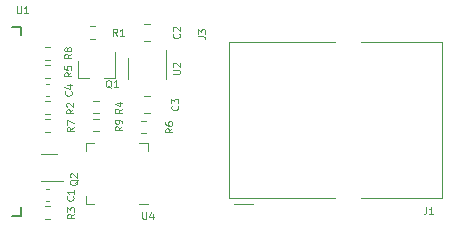
<source format=gto>
G04 #@! TF.GenerationSoftware,KiCad,Pcbnew,(5.1.9-0-10_14)*
G04 #@! TF.CreationDate,2021-06-30T17:32:41+02:00*
G04 #@! TF.ProjectId,P1_wifi,50315f77-6966-4692-9e6b-696361645f70,rev?*
G04 #@! TF.SameCoordinates,Original*
G04 #@! TF.FileFunction,Legend,Top*
G04 #@! TF.FilePolarity,Positive*
%FSLAX46Y46*%
G04 Gerber Fmt 4.6, Leading zero omitted, Abs format (unit mm)*
G04 Created by KiCad (PCBNEW (5.1.9-0-10_14)) date 2021-06-30 17:32:41*
%MOMM*%
%LPD*%
G01*
G04 APERTURE LIST*
%ADD10C,0.120000*%
%ADD11C,0.152400*%
%ADD12C,0.100000*%
%ADD13R,3.350000X3.350000*%
%ADD14C,1.700000*%
%ADD15R,1.700000X1.700000*%
%ADD16O,1.100000X2.500000*%
%ADD17R,1.100000X2.500000*%
%ADD18R,0.650000X1.060000*%
%ADD19R,0.650000X0.400000*%
%ADD20R,0.800000X0.900000*%
%ADD21R,1.800000X2.000000*%
%ADD22O,2.150000X1.300000*%
%ADD23C,0.550000*%
%ADD24R,1.520000X1.520000*%
%ADD25C,3.250000*%
%ADD26C,1.520000*%
G04 APERTURE END LIST*
D10*
X30627000Y2724000D02*
X29902000Y2724000D01*
X29902000Y2724000D02*
X29902000Y3449000D01*
X34397000Y7944000D02*
X35122000Y7944000D01*
X35122000Y7944000D02*
X35122000Y7219000D01*
X30627000Y7944000D02*
X29902000Y7944000D01*
X29902000Y7944000D02*
X29902000Y7219000D01*
X34397000Y2724000D02*
X35122000Y2724000D01*
D11*
X24385000Y17034000D02*
X24384000Y17780000D01*
X24384000Y17780000D02*
X23622000Y17780000D01*
X24384000Y1778000D02*
X24383000Y2524000D01*
X23622000Y1778000D02*
X24384000Y1778000D01*
D10*
X36662000Y13324000D02*
X36662000Y15774000D01*
X33442000Y15124000D02*
X33442000Y13324000D01*
X35313252Y11911000D02*
X34790748Y11911000D01*
X35313252Y10441000D02*
X34790748Y10441000D01*
X35313252Y18007000D02*
X34790748Y18007000D01*
X35313252Y16537000D02*
X34790748Y16537000D01*
X30522142Y8900900D02*
X30996658Y8900900D01*
X30522142Y9945900D02*
X30996658Y9945900D01*
X26432742Y14971500D02*
X26907258Y14971500D01*
X26432742Y16016500D02*
X26907258Y16016500D01*
X26432742Y8875500D02*
X26907258Y8875500D01*
X26432742Y9920500D02*
X26907258Y9920500D01*
X35035258Y9793500D02*
X34560742Y9793500D01*
X35035258Y8748500D02*
X34560742Y8748500D01*
X26432742Y13447500D02*
X26907258Y13447500D01*
X26432742Y14492500D02*
X26907258Y14492500D01*
X30996658Y11469900D02*
X30522142Y11469900D01*
X30996658Y10424900D02*
X30522142Y10424900D01*
X26432242Y1509500D02*
X26906758Y1509500D01*
X26432242Y2554500D02*
X26906758Y2554500D01*
X26432742Y10399500D02*
X26907258Y10399500D01*
X26432742Y11444500D02*
X26907258Y11444500D01*
X30717258Y17794500D02*
X30242742Y17794500D01*
X30717258Y16749500D02*
X30242742Y16749500D01*
X27497000Y7002000D02*
X26097000Y7002000D01*
X26097000Y4682000D02*
X27997000Y4682000D01*
X29204800Y13438600D02*
X29204800Y14898600D01*
X32364800Y13438600D02*
X32364800Y15598600D01*
X32364800Y13438600D02*
X31434800Y13438600D01*
X29204800Y13438600D02*
X30134800Y13438600D01*
X26529420Y11936000D02*
X26810580Y11936000D01*
X26529420Y12956000D02*
X26810580Y12956000D01*
X26529420Y3046000D02*
X26810580Y3046000D01*
X26529420Y4066000D02*
X26810580Y4066000D01*
X42013500Y3237500D02*
X42013500Y16437500D01*
X42013500Y16437500D02*
X51033500Y16437500D01*
D12*
X59893500Y16437500D02*
X60013500Y16437500D01*
D10*
X60013500Y16437500D02*
X53233500Y16437500D01*
D12*
X60003500Y16437500D02*
X60013500Y16437500D01*
D10*
X60013500Y16437500D02*
X60013500Y3237500D01*
X60013500Y3237500D02*
X53233500Y3237500D01*
D12*
X50963500Y3237500D02*
X51033500Y3237500D01*
D10*
X51033500Y3237500D02*
X42013500Y3237500D01*
X44013500Y2767500D02*
X42483500Y2767500D01*
D12*
X34671057Y2081171D02*
X34671057Y1595457D01*
X34699628Y1538314D01*
X34728200Y1509742D01*
X34785342Y1481171D01*
X34899628Y1481171D01*
X34956771Y1509742D01*
X34985342Y1538314D01*
X35013914Y1595457D01*
X35013914Y2081171D01*
X35556771Y1881171D02*
X35556771Y1481171D01*
X35413914Y2109742D02*
X35271057Y1681171D01*
X35642485Y1681171D01*
X39422428Y16945000D02*
X39851000Y16945000D01*
X39936714Y16916428D01*
X39993857Y16859285D01*
X40022428Y16773571D01*
X40022428Y16716428D01*
X39422428Y17173571D02*
X39422428Y17545000D01*
X39651000Y17345000D01*
X39651000Y17430714D01*
X39679571Y17487857D01*
X39708142Y17516428D01*
X39765285Y17545000D01*
X39908142Y17545000D01*
X39965285Y17516428D01*
X39993857Y17487857D01*
X40022428Y17430714D01*
X40022428Y17259285D01*
X39993857Y17202142D01*
X39965285Y17173571D01*
X24053857Y19505571D02*
X24053857Y19019857D01*
X24082428Y18962714D01*
X24111000Y18934142D01*
X24168142Y18905571D01*
X24282428Y18905571D01*
X24339571Y18934142D01*
X24368142Y18962714D01*
X24396714Y19019857D01*
X24396714Y19505571D01*
X24996714Y18905571D02*
X24653857Y18905571D01*
X24825285Y18905571D02*
X24825285Y19505571D01*
X24768142Y19419857D01*
X24711000Y19362714D01*
X24653857Y19334142D01*
X37263428Y13766857D02*
X37749142Y13766857D01*
X37806285Y13795428D01*
X37834857Y13824000D01*
X37863428Y13881142D01*
X37863428Y13995428D01*
X37834857Y14052571D01*
X37806285Y14081142D01*
X37749142Y14109714D01*
X37263428Y14109714D01*
X37320571Y14366857D02*
X37292000Y14395428D01*
X37263428Y14452571D01*
X37263428Y14595428D01*
X37292000Y14652571D01*
X37320571Y14681142D01*
X37377714Y14709714D01*
X37434857Y14709714D01*
X37520571Y14681142D01*
X37863428Y14338285D01*
X37863428Y14709714D01*
X37679285Y11076000D02*
X37707857Y11047428D01*
X37736428Y10961714D01*
X37736428Y10904571D01*
X37707857Y10818857D01*
X37650714Y10761714D01*
X37593571Y10733142D01*
X37479285Y10704571D01*
X37393571Y10704571D01*
X37279285Y10733142D01*
X37222142Y10761714D01*
X37165000Y10818857D01*
X37136428Y10904571D01*
X37136428Y10961714D01*
X37165000Y11047428D01*
X37193571Y11076000D01*
X37136428Y11276000D02*
X37136428Y11647428D01*
X37365000Y11447428D01*
X37365000Y11533142D01*
X37393571Y11590285D01*
X37422142Y11618857D01*
X37479285Y11647428D01*
X37622142Y11647428D01*
X37679285Y11618857D01*
X37707857Y11590285D01*
X37736428Y11533142D01*
X37736428Y11361714D01*
X37707857Y11304571D01*
X37679285Y11276000D01*
X37806285Y17172000D02*
X37834857Y17143428D01*
X37863428Y17057714D01*
X37863428Y17000571D01*
X37834857Y16914857D01*
X37777714Y16857714D01*
X37720571Y16829142D01*
X37606285Y16800571D01*
X37520571Y16800571D01*
X37406285Y16829142D01*
X37349142Y16857714D01*
X37292000Y16914857D01*
X37263428Y17000571D01*
X37263428Y17057714D01*
X37292000Y17143428D01*
X37320571Y17172000D01*
X37320571Y17400571D02*
X37292000Y17429142D01*
X37263428Y17486285D01*
X37263428Y17629142D01*
X37292000Y17686285D01*
X37320571Y17714857D01*
X37377714Y17743428D01*
X37434857Y17743428D01*
X37520571Y17714857D01*
X37863428Y17372000D01*
X37863428Y17743428D01*
X32961228Y9323400D02*
X32675514Y9123400D01*
X32961228Y8980542D02*
X32361228Y8980542D01*
X32361228Y9209114D01*
X32389800Y9266257D01*
X32418371Y9294828D01*
X32475514Y9323400D01*
X32561228Y9323400D01*
X32618371Y9294828D01*
X32646942Y9266257D01*
X32675514Y9209114D01*
X32675514Y8980542D01*
X32961228Y9609114D02*
X32961228Y9723400D01*
X32932657Y9780542D01*
X32904085Y9809114D01*
X32818371Y9866257D01*
X32704085Y9894828D01*
X32475514Y9894828D01*
X32418371Y9866257D01*
X32389800Y9837685D01*
X32361228Y9780542D01*
X32361228Y9666257D01*
X32389800Y9609114D01*
X32418371Y9580542D01*
X32475514Y9551971D01*
X32618371Y9551971D01*
X32675514Y9580542D01*
X32704085Y9609114D01*
X32732657Y9666257D01*
X32732657Y9780542D01*
X32704085Y9837685D01*
X32675514Y9866257D01*
X32618371Y9894828D01*
X28668628Y15444800D02*
X28382914Y15244800D01*
X28668628Y15101942D02*
X28068628Y15101942D01*
X28068628Y15330514D01*
X28097200Y15387657D01*
X28125771Y15416228D01*
X28182914Y15444800D01*
X28268628Y15444800D01*
X28325771Y15416228D01*
X28354342Y15387657D01*
X28382914Y15330514D01*
X28382914Y15101942D01*
X28325771Y15787657D02*
X28297200Y15730514D01*
X28268628Y15701942D01*
X28211485Y15673371D01*
X28182914Y15673371D01*
X28125771Y15701942D01*
X28097200Y15730514D01*
X28068628Y15787657D01*
X28068628Y15901942D01*
X28097200Y15959085D01*
X28125771Y15987657D01*
X28182914Y16016228D01*
X28211485Y16016228D01*
X28268628Y15987657D01*
X28297200Y15959085D01*
X28325771Y15901942D01*
X28325771Y15787657D01*
X28354342Y15730514D01*
X28382914Y15701942D01*
X28440057Y15673371D01*
X28554342Y15673371D01*
X28611485Y15701942D01*
X28640057Y15730514D01*
X28668628Y15787657D01*
X28668628Y15901942D01*
X28640057Y15959085D01*
X28611485Y15987657D01*
X28554342Y16016228D01*
X28440057Y16016228D01*
X28382914Y15987657D01*
X28354342Y15959085D01*
X28325771Y15901942D01*
X28871828Y9247200D02*
X28586114Y9047200D01*
X28871828Y8904342D02*
X28271828Y8904342D01*
X28271828Y9132914D01*
X28300400Y9190057D01*
X28328971Y9218628D01*
X28386114Y9247200D01*
X28471828Y9247200D01*
X28528971Y9218628D01*
X28557542Y9190057D01*
X28586114Y9132914D01*
X28586114Y8904342D01*
X28271828Y9447200D02*
X28271828Y9847200D01*
X28871828Y9590057D01*
X37228428Y9171000D02*
X36942714Y8971000D01*
X37228428Y8828142D02*
X36628428Y8828142D01*
X36628428Y9056714D01*
X36657000Y9113857D01*
X36685571Y9142428D01*
X36742714Y9171000D01*
X36828428Y9171000D01*
X36885571Y9142428D01*
X36914142Y9113857D01*
X36942714Y9056714D01*
X36942714Y8828142D01*
X36628428Y9685285D02*
X36628428Y9571000D01*
X36657000Y9513857D01*
X36685571Y9485285D01*
X36771285Y9428142D01*
X36885571Y9399571D01*
X37114142Y9399571D01*
X37171285Y9428142D01*
X37199857Y9456714D01*
X37228428Y9513857D01*
X37228428Y9628142D01*
X37199857Y9685285D01*
X37171285Y9713857D01*
X37114142Y9742428D01*
X36971285Y9742428D01*
X36914142Y9713857D01*
X36885571Y9685285D01*
X36857000Y9628142D01*
X36857000Y9513857D01*
X36885571Y9456714D01*
X36914142Y9428142D01*
X36971285Y9399571D01*
X28668628Y13895400D02*
X28382914Y13695400D01*
X28668628Y13552542D02*
X28068628Y13552542D01*
X28068628Y13781114D01*
X28097200Y13838257D01*
X28125771Y13866828D01*
X28182914Y13895400D01*
X28268628Y13895400D01*
X28325771Y13866828D01*
X28354342Y13838257D01*
X28382914Y13781114D01*
X28382914Y13552542D01*
X28068628Y14438257D02*
X28068628Y14152542D01*
X28354342Y14123971D01*
X28325771Y14152542D01*
X28297200Y14209685D01*
X28297200Y14352542D01*
X28325771Y14409685D01*
X28354342Y14438257D01*
X28411485Y14466828D01*
X28554342Y14466828D01*
X28611485Y14438257D01*
X28640057Y14409685D01*
X28668628Y14352542D01*
X28668628Y14209685D01*
X28640057Y14152542D01*
X28611485Y14123971D01*
X32961228Y10822000D02*
X32675514Y10622000D01*
X32961228Y10479142D02*
X32361228Y10479142D01*
X32361228Y10707714D01*
X32389800Y10764857D01*
X32418371Y10793428D01*
X32475514Y10822000D01*
X32561228Y10822000D01*
X32618371Y10793428D01*
X32646942Y10764857D01*
X32675514Y10707714D01*
X32675514Y10479142D01*
X32561228Y11336285D02*
X32961228Y11336285D01*
X32332657Y11193428D02*
X32761228Y11050571D01*
X32761228Y11422000D01*
X28922628Y1906600D02*
X28636914Y1706600D01*
X28922628Y1563742D02*
X28322628Y1563742D01*
X28322628Y1792314D01*
X28351200Y1849457D01*
X28379771Y1878028D01*
X28436914Y1906600D01*
X28522628Y1906600D01*
X28579771Y1878028D01*
X28608342Y1849457D01*
X28636914Y1792314D01*
X28636914Y1563742D01*
X28322628Y2106600D02*
X28322628Y2478028D01*
X28551200Y2278028D01*
X28551200Y2363742D01*
X28579771Y2420885D01*
X28608342Y2449457D01*
X28665485Y2478028D01*
X28808342Y2478028D01*
X28865485Y2449457D01*
X28894057Y2420885D01*
X28922628Y2363742D01*
X28922628Y2192314D01*
X28894057Y2135171D01*
X28865485Y2106600D01*
X28846428Y10771200D02*
X28560714Y10571200D01*
X28846428Y10428342D02*
X28246428Y10428342D01*
X28246428Y10656914D01*
X28275000Y10714057D01*
X28303571Y10742628D01*
X28360714Y10771200D01*
X28446428Y10771200D01*
X28503571Y10742628D01*
X28532142Y10714057D01*
X28560714Y10656914D01*
X28560714Y10428342D01*
X28303571Y10999771D02*
X28275000Y11028342D01*
X28246428Y11085485D01*
X28246428Y11228342D01*
X28275000Y11285485D01*
X28303571Y11314057D01*
X28360714Y11342628D01*
X28417857Y11342628D01*
X28503571Y11314057D01*
X28846428Y10971200D01*
X28846428Y11342628D01*
X32539000Y17000571D02*
X32339000Y17286285D01*
X32196142Y17000571D02*
X32196142Y17600571D01*
X32424714Y17600571D01*
X32481857Y17572000D01*
X32510428Y17543428D01*
X32539000Y17486285D01*
X32539000Y17400571D01*
X32510428Y17343428D01*
X32481857Y17314857D01*
X32424714Y17286285D01*
X32196142Y17286285D01*
X33110428Y17000571D02*
X32767571Y17000571D01*
X32939000Y17000571D02*
X32939000Y17600571D01*
X32881857Y17514857D01*
X32824714Y17457714D01*
X32767571Y17429142D01*
X29208371Y4819657D02*
X29179800Y4762514D01*
X29122657Y4705371D01*
X29036942Y4619657D01*
X29008371Y4562514D01*
X29008371Y4505371D01*
X29151228Y4533942D02*
X29122657Y4476800D01*
X29065514Y4419657D01*
X28951228Y4391085D01*
X28751228Y4391085D01*
X28636942Y4419657D01*
X28579800Y4476800D01*
X28551228Y4533942D01*
X28551228Y4648228D01*
X28579800Y4705371D01*
X28636942Y4762514D01*
X28751228Y4791085D01*
X28951228Y4791085D01*
X29065514Y4762514D01*
X29122657Y4705371D01*
X29151228Y4648228D01*
X29151228Y4533942D01*
X28608371Y5019657D02*
X28579800Y5048228D01*
X28551228Y5105371D01*
X28551228Y5248228D01*
X28579800Y5305371D01*
X28608371Y5333942D01*
X28665514Y5362514D01*
X28722657Y5362514D01*
X28808371Y5333942D01*
X29151228Y4991085D01*
X29151228Y5362514D01*
X32048457Y12574628D02*
X31991314Y12603200D01*
X31934171Y12660342D01*
X31848457Y12746057D01*
X31791314Y12774628D01*
X31734171Y12774628D01*
X31762742Y12631771D02*
X31705600Y12660342D01*
X31648457Y12717485D01*
X31619885Y12831771D01*
X31619885Y13031771D01*
X31648457Y13146057D01*
X31705600Y13203200D01*
X31762742Y13231771D01*
X31877028Y13231771D01*
X31934171Y13203200D01*
X31991314Y13146057D01*
X32019885Y13031771D01*
X32019885Y12831771D01*
X31991314Y12717485D01*
X31934171Y12660342D01*
X31877028Y12631771D01*
X31762742Y12631771D01*
X32591314Y12631771D02*
X32248457Y12631771D01*
X32419885Y12631771D02*
X32419885Y13231771D01*
X32362742Y13146057D01*
X32305600Y13088914D01*
X32248457Y13060342D01*
X28662285Y12295200D02*
X28690857Y12266628D01*
X28719428Y12180914D01*
X28719428Y12123771D01*
X28690857Y12038057D01*
X28633714Y11980914D01*
X28576571Y11952342D01*
X28462285Y11923771D01*
X28376571Y11923771D01*
X28262285Y11952342D01*
X28205142Y11980914D01*
X28148000Y12038057D01*
X28119428Y12123771D01*
X28119428Y12180914D01*
X28148000Y12266628D01*
X28176571Y12295200D01*
X28319428Y12809485D02*
X28719428Y12809485D01*
X28090857Y12666628D02*
X28519428Y12523771D01*
X28519428Y12895200D01*
X28814685Y3405200D02*
X28843257Y3376628D01*
X28871828Y3290914D01*
X28871828Y3233771D01*
X28843257Y3148057D01*
X28786114Y3090914D01*
X28728971Y3062342D01*
X28614685Y3033771D01*
X28528971Y3033771D01*
X28414685Y3062342D01*
X28357542Y3090914D01*
X28300400Y3148057D01*
X28271828Y3233771D01*
X28271828Y3290914D01*
X28300400Y3376628D01*
X28328971Y3405200D01*
X28871828Y3976628D02*
X28871828Y3633771D01*
X28871828Y3805200D02*
X28271828Y3805200D01*
X28357542Y3748057D01*
X28414685Y3690914D01*
X28443257Y3633771D01*
X58728000Y2487571D02*
X58728000Y2059000D01*
X58699428Y1973285D01*
X58642285Y1916142D01*
X58556571Y1887571D01*
X58499428Y1887571D01*
X59328000Y1887571D02*
X58985142Y1887571D01*
X59156571Y1887571D02*
X59156571Y2487571D01*
X59099428Y2401857D01*
X59042285Y2344714D01*
X58985142Y2316142D01*
%LPC*%
D13*
X32512000Y5334000D03*
G36*
G01*
X34137000Y3221500D02*
X34137000Y2546500D01*
G75*
G02*
X34074500Y2484000I-62500J0D01*
G01*
X33949500Y2484000D01*
G75*
G02*
X33887000Y2546500I0J62500D01*
G01*
X33887000Y3221500D01*
G75*
G02*
X33949500Y3284000I62500J0D01*
G01*
X34074500Y3284000D01*
G75*
G02*
X34137000Y3221500I0J-62500D01*
G01*
G37*
G36*
G01*
X33637000Y3221500D02*
X33637000Y2546500D01*
G75*
G02*
X33574500Y2484000I-62500J0D01*
G01*
X33449500Y2484000D01*
G75*
G02*
X33387000Y2546500I0J62500D01*
G01*
X33387000Y3221500D01*
G75*
G02*
X33449500Y3284000I62500J0D01*
G01*
X33574500Y3284000D01*
G75*
G02*
X33637000Y3221500I0J-62500D01*
G01*
G37*
G36*
G01*
X33137000Y3221500D02*
X33137000Y2546500D01*
G75*
G02*
X33074500Y2484000I-62500J0D01*
G01*
X32949500Y2484000D01*
G75*
G02*
X32887000Y2546500I0J62500D01*
G01*
X32887000Y3221500D01*
G75*
G02*
X32949500Y3284000I62500J0D01*
G01*
X33074500Y3284000D01*
G75*
G02*
X33137000Y3221500I0J-62500D01*
G01*
G37*
G36*
G01*
X32637000Y3221500D02*
X32637000Y2546500D01*
G75*
G02*
X32574500Y2484000I-62500J0D01*
G01*
X32449500Y2484000D01*
G75*
G02*
X32387000Y2546500I0J62500D01*
G01*
X32387000Y3221500D01*
G75*
G02*
X32449500Y3284000I62500J0D01*
G01*
X32574500Y3284000D01*
G75*
G02*
X32637000Y3221500I0J-62500D01*
G01*
G37*
G36*
G01*
X32137000Y3221500D02*
X32137000Y2546500D01*
G75*
G02*
X32074500Y2484000I-62500J0D01*
G01*
X31949500Y2484000D01*
G75*
G02*
X31887000Y2546500I0J62500D01*
G01*
X31887000Y3221500D01*
G75*
G02*
X31949500Y3284000I62500J0D01*
G01*
X32074500Y3284000D01*
G75*
G02*
X32137000Y3221500I0J-62500D01*
G01*
G37*
G36*
G01*
X31637000Y3221500D02*
X31637000Y2546500D01*
G75*
G02*
X31574500Y2484000I-62500J0D01*
G01*
X31449500Y2484000D01*
G75*
G02*
X31387000Y2546500I0J62500D01*
G01*
X31387000Y3221500D01*
G75*
G02*
X31449500Y3284000I62500J0D01*
G01*
X31574500Y3284000D01*
G75*
G02*
X31637000Y3221500I0J-62500D01*
G01*
G37*
G36*
G01*
X31137000Y3221500D02*
X31137000Y2546500D01*
G75*
G02*
X31074500Y2484000I-62500J0D01*
G01*
X30949500Y2484000D01*
G75*
G02*
X30887000Y2546500I0J62500D01*
G01*
X30887000Y3221500D01*
G75*
G02*
X30949500Y3284000I62500J0D01*
G01*
X31074500Y3284000D01*
G75*
G02*
X31137000Y3221500I0J-62500D01*
G01*
G37*
G36*
G01*
X30462000Y3896500D02*
X30462000Y3771500D01*
G75*
G02*
X30399500Y3709000I-62500J0D01*
G01*
X29724500Y3709000D01*
G75*
G02*
X29662000Y3771500I0J62500D01*
G01*
X29662000Y3896500D01*
G75*
G02*
X29724500Y3959000I62500J0D01*
G01*
X30399500Y3959000D01*
G75*
G02*
X30462000Y3896500I0J-62500D01*
G01*
G37*
G36*
G01*
X30462000Y4396500D02*
X30462000Y4271500D01*
G75*
G02*
X30399500Y4209000I-62500J0D01*
G01*
X29724500Y4209000D01*
G75*
G02*
X29662000Y4271500I0J62500D01*
G01*
X29662000Y4396500D01*
G75*
G02*
X29724500Y4459000I62500J0D01*
G01*
X30399500Y4459000D01*
G75*
G02*
X30462000Y4396500I0J-62500D01*
G01*
G37*
G36*
G01*
X30462000Y4896500D02*
X30462000Y4771500D01*
G75*
G02*
X30399500Y4709000I-62500J0D01*
G01*
X29724500Y4709000D01*
G75*
G02*
X29662000Y4771500I0J62500D01*
G01*
X29662000Y4896500D01*
G75*
G02*
X29724500Y4959000I62500J0D01*
G01*
X30399500Y4959000D01*
G75*
G02*
X30462000Y4896500I0J-62500D01*
G01*
G37*
G36*
G01*
X30462000Y5396500D02*
X30462000Y5271500D01*
G75*
G02*
X30399500Y5209000I-62500J0D01*
G01*
X29724500Y5209000D01*
G75*
G02*
X29662000Y5271500I0J62500D01*
G01*
X29662000Y5396500D01*
G75*
G02*
X29724500Y5459000I62500J0D01*
G01*
X30399500Y5459000D01*
G75*
G02*
X30462000Y5396500I0J-62500D01*
G01*
G37*
G36*
G01*
X30462000Y5896500D02*
X30462000Y5771500D01*
G75*
G02*
X30399500Y5709000I-62500J0D01*
G01*
X29724500Y5709000D01*
G75*
G02*
X29662000Y5771500I0J62500D01*
G01*
X29662000Y5896500D01*
G75*
G02*
X29724500Y5959000I62500J0D01*
G01*
X30399500Y5959000D01*
G75*
G02*
X30462000Y5896500I0J-62500D01*
G01*
G37*
G36*
G01*
X30462000Y6396500D02*
X30462000Y6271500D01*
G75*
G02*
X30399500Y6209000I-62500J0D01*
G01*
X29724500Y6209000D01*
G75*
G02*
X29662000Y6271500I0J62500D01*
G01*
X29662000Y6396500D01*
G75*
G02*
X29724500Y6459000I62500J0D01*
G01*
X30399500Y6459000D01*
G75*
G02*
X30462000Y6396500I0J-62500D01*
G01*
G37*
G36*
G01*
X30462000Y6896500D02*
X30462000Y6771500D01*
G75*
G02*
X30399500Y6709000I-62500J0D01*
G01*
X29724500Y6709000D01*
G75*
G02*
X29662000Y6771500I0J62500D01*
G01*
X29662000Y6896500D01*
G75*
G02*
X29724500Y6959000I62500J0D01*
G01*
X30399500Y6959000D01*
G75*
G02*
X30462000Y6896500I0J-62500D01*
G01*
G37*
G36*
G01*
X31137000Y8121500D02*
X31137000Y7446500D01*
G75*
G02*
X31074500Y7384000I-62500J0D01*
G01*
X30949500Y7384000D01*
G75*
G02*
X30887000Y7446500I0J62500D01*
G01*
X30887000Y8121500D01*
G75*
G02*
X30949500Y8184000I62500J0D01*
G01*
X31074500Y8184000D01*
G75*
G02*
X31137000Y8121500I0J-62500D01*
G01*
G37*
G36*
G01*
X31637000Y8121500D02*
X31637000Y7446500D01*
G75*
G02*
X31574500Y7384000I-62500J0D01*
G01*
X31449500Y7384000D01*
G75*
G02*
X31387000Y7446500I0J62500D01*
G01*
X31387000Y8121500D01*
G75*
G02*
X31449500Y8184000I62500J0D01*
G01*
X31574500Y8184000D01*
G75*
G02*
X31637000Y8121500I0J-62500D01*
G01*
G37*
G36*
G01*
X32137000Y8121500D02*
X32137000Y7446500D01*
G75*
G02*
X32074500Y7384000I-62500J0D01*
G01*
X31949500Y7384000D01*
G75*
G02*
X31887000Y7446500I0J62500D01*
G01*
X31887000Y8121500D01*
G75*
G02*
X31949500Y8184000I62500J0D01*
G01*
X32074500Y8184000D01*
G75*
G02*
X32137000Y8121500I0J-62500D01*
G01*
G37*
G36*
G01*
X32637000Y8121500D02*
X32637000Y7446500D01*
G75*
G02*
X32574500Y7384000I-62500J0D01*
G01*
X32449500Y7384000D01*
G75*
G02*
X32387000Y7446500I0J62500D01*
G01*
X32387000Y8121500D01*
G75*
G02*
X32449500Y8184000I62500J0D01*
G01*
X32574500Y8184000D01*
G75*
G02*
X32637000Y8121500I0J-62500D01*
G01*
G37*
G36*
G01*
X33137000Y8121500D02*
X33137000Y7446500D01*
G75*
G02*
X33074500Y7384000I-62500J0D01*
G01*
X32949500Y7384000D01*
G75*
G02*
X32887000Y7446500I0J62500D01*
G01*
X32887000Y8121500D01*
G75*
G02*
X32949500Y8184000I62500J0D01*
G01*
X33074500Y8184000D01*
G75*
G02*
X33137000Y8121500I0J-62500D01*
G01*
G37*
G36*
G01*
X33637000Y8121500D02*
X33637000Y7446500D01*
G75*
G02*
X33574500Y7384000I-62500J0D01*
G01*
X33449500Y7384000D01*
G75*
G02*
X33387000Y7446500I0J62500D01*
G01*
X33387000Y8121500D01*
G75*
G02*
X33449500Y8184000I62500J0D01*
G01*
X33574500Y8184000D01*
G75*
G02*
X33637000Y8121500I0J-62500D01*
G01*
G37*
G36*
G01*
X34137000Y8121500D02*
X34137000Y7446500D01*
G75*
G02*
X34074500Y7384000I-62500J0D01*
G01*
X33949500Y7384000D01*
G75*
G02*
X33887000Y7446500I0J62500D01*
G01*
X33887000Y8121500D01*
G75*
G02*
X33949500Y8184000I62500J0D01*
G01*
X34074500Y8184000D01*
G75*
G02*
X34137000Y8121500I0J-62500D01*
G01*
G37*
G36*
G01*
X35362000Y6896500D02*
X35362000Y6771500D01*
G75*
G02*
X35299500Y6709000I-62500J0D01*
G01*
X34624500Y6709000D01*
G75*
G02*
X34562000Y6771500I0J62500D01*
G01*
X34562000Y6896500D01*
G75*
G02*
X34624500Y6959000I62500J0D01*
G01*
X35299500Y6959000D01*
G75*
G02*
X35362000Y6896500I0J-62500D01*
G01*
G37*
G36*
G01*
X35362000Y6396500D02*
X35362000Y6271500D01*
G75*
G02*
X35299500Y6209000I-62500J0D01*
G01*
X34624500Y6209000D01*
G75*
G02*
X34562000Y6271500I0J62500D01*
G01*
X34562000Y6396500D01*
G75*
G02*
X34624500Y6459000I62500J0D01*
G01*
X35299500Y6459000D01*
G75*
G02*
X35362000Y6396500I0J-62500D01*
G01*
G37*
G36*
G01*
X35362000Y5896500D02*
X35362000Y5771500D01*
G75*
G02*
X35299500Y5709000I-62500J0D01*
G01*
X34624500Y5709000D01*
G75*
G02*
X34562000Y5771500I0J62500D01*
G01*
X34562000Y5896500D01*
G75*
G02*
X34624500Y5959000I62500J0D01*
G01*
X35299500Y5959000D01*
G75*
G02*
X35362000Y5896500I0J-62500D01*
G01*
G37*
G36*
G01*
X35362000Y5396500D02*
X35362000Y5271500D01*
G75*
G02*
X35299500Y5209000I-62500J0D01*
G01*
X34624500Y5209000D01*
G75*
G02*
X34562000Y5271500I0J62500D01*
G01*
X34562000Y5396500D01*
G75*
G02*
X34624500Y5459000I62500J0D01*
G01*
X35299500Y5459000D01*
G75*
G02*
X35362000Y5396500I0J-62500D01*
G01*
G37*
G36*
G01*
X35362000Y4896500D02*
X35362000Y4771500D01*
G75*
G02*
X35299500Y4709000I-62500J0D01*
G01*
X34624500Y4709000D01*
G75*
G02*
X34562000Y4771500I0J62500D01*
G01*
X34562000Y4896500D01*
G75*
G02*
X34624500Y4959000I62500J0D01*
G01*
X35299500Y4959000D01*
G75*
G02*
X35362000Y4896500I0J-62500D01*
G01*
G37*
G36*
G01*
X35362000Y4396500D02*
X35362000Y4271500D01*
G75*
G02*
X35299500Y4209000I-62500J0D01*
G01*
X34624500Y4209000D01*
G75*
G02*
X34562000Y4271500I0J62500D01*
G01*
X34562000Y4396500D01*
G75*
G02*
X34624500Y4459000I62500J0D01*
G01*
X35299500Y4459000D01*
G75*
G02*
X35362000Y4396500I0J-62500D01*
G01*
G37*
G36*
G01*
X35362000Y3896500D02*
X35362000Y3771500D01*
G75*
G02*
X35299500Y3709000I-62500J0D01*
G01*
X34624500Y3709000D01*
G75*
G02*
X34562000Y3771500I0J62500D01*
G01*
X34562000Y3896500D01*
G75*
G02*
X34624500Y3959000I62500J0D01*
G01*
X35299500Y3959000D01*
G75*
G02*
X35362000Y3896500I0J-62500D01*
G01*
G37*
D14*
X39711500Y9937000D03*
X39711500Y12477000D03*
X39711500Y7397000D03*
D15*
X39711500Y15017000D03*
D16*
X8763000Y17494000D03*
X10763000Y17494000D03*
X12763000Y17494000D03*
X14763000Y17494000D03*
X16763000Y17494000D03*
X18763000Y17494000D03*
X20763000Y17394000D03*
X22763000Y17494000D03*
X22763000Y2094000D03*
X20763000Y2094000D03*
X18763000Y2094000D03*
X16763000Y2094000D03*
X14763000Y2094000D03*
X12763000Y2094000D03*
X10763000Y2094000D03*
D17*
X8763000Y2094000D03*
D18*
X36002000Y13124000D03*
X34102000Y13124000D03*
X34102000Y15324000D03*
X35052000Y15324000D03*
X36002000Y15324000D03*
G36*
G01*
X34602000Y11651000D02*
X34602000Y10701000D01*
G75*
G02*
X34352000Y10451000I-250000J0D01*
G01*
X33852000Y10451000D01*
G75*
G02*
X33602000Y10701000I0J250000D01*
G01*
X33602000Y11651000D01*
G75*
G02*
X33852000Y11901000I250000J0D01*
G01*
X34352000Y11901000D01*
G75*
G02*
X34602000Y11651000I0J-250000D01*
G01*
G37*
G36*
G01*
X36502000Y11651000D02*
X36502000Y10701000D01*
G75*
G02*
X36252000Y10451000I-250000J0D01*
G01*
X35752000Y10451000D01*
G75*
G02*
X35502000Y10701000I0J250000D01*
G01*
X35502000Y11651000D01*
G75*
G02*
X35752000Y11901000I250000J0D01*
G01*
X36252000Y11901000D01*
G75*
G02*
X36502000Y11651000I0J-250000D01*
G01*
G37*
G36*
G01*
X34602000Y17747000D02*
X34602000Y16797000D01*
G75*
G02*
X34352000Y16547000I-250000J0D01*
G01*
X33852000Y16547000D01*
G75*
G02*
X33602000Y16797000I0J250000D01*
G01*
X33602000Y17747000D01*
G75*
G02*
X33852000Y17997000I250000J0D01*
G01*
X34352000Y17997000D01*
G75*
G02*
X34602000Y17747000I0J-250000D01*
G01*
G37*
G36*
G01*
X36502000Y17747000D02*
X36502000Y16797000D01*
G75*
G02*
X36252000Y16547000I-250000J0D01*
G01*
X35752000Y16547000D01*
G75*
G02*
X35502000Y16797000I0J250000D01*
G01*
X35502000Y17747000D01*
G75*
G02*
X35752000Y17997000I250000J0D01*
G01*
X36252000Y17997000D01*
G75*
G02*
X36502000Y17747000I0J-250000D01*
G01*
G37*
G36*
G01*
X31184400Y9148400D02*
X31184400Y9698400D01*
G75*
G02*
X31384400Y9898400I200000J0D01*
G01*
X31784400Y9898400D01*
G75*
G02*
X31984400Y9698400I0J-200000D01*
G01*
X31984400Y9148400D01*
G75*
G02*
X31784400Y8948400I-200000J0D01*
G01*
X31384400Y8948400D01*
G75*
G02*
X31184400Y9148400I0J200000D01*
G01*
G37*
G36*
G01*
X29534400Y9148400D02*
X29534400Y9698400D01*
G75*
G02*
X29734400Y9898400I200000J0D01*
G01*
X30134400Y9898400D01*
G75*
G02*
X30334400Y9698400I0J-200000D01*
G01*
X30334400Y9148400D01*
G75*
G02*
X30134400Y8948400I-200000J0D01*
G01*
X29734400Y8948400D01*
G75*
G02*
X29534400Y9148400I0J200000D01*
G01*
G37*
G36*
G01*
X27095000Y15219000D02*
X27095000Y15769000D01*
G75*
G02*
X27295000Y15969000I200000J0D01*
G01*
X27695000Y15969000D01*
G75*
G02*
X27895000Y15769000I0J-200000D01*
G01*
X27895000Y15219000D01*
G75*
G02*
X27695000Y15019000I-200000J0D01*
G01*
X27295000Y15019000D01*
G75*
G02*
X27095000Y15219000I0J200000D01*
G01*
G37*
G36*
G01*
X25445000Y15219000D02*
X25445000Y15769000D01*
G75*
G02*
X25645000Y15969000I200000J0D01*
G01*
X26045000Y15969000D01*
G75*
G02*
X26245000Y15769000I0J-200000D01*
G01*
X26245000Y15219000D01*
G75*
G02*
X26045000Y15019000I-200000J0D01*
G01*
X25645000Y15019000D01*
G75*
G02*
X25445000Y15219000I0J200000D01*
G01*
G37*
G36*
G01*
X27095000Y9123000D02*
X27095000Y9673000D01*
G75*
G02*
X27295000Y9873000I200000J0D01*
G01*
X27695000Y9873000D01*
G75*
G02*
X27895000Y9673000I0J-200000D01*
G01*
X27895000Y9123000D01*
G75*
G02*
X27695000Y8923000I-200000J0D01*
G01*
X27295000Y8923000D01*
G75*
G02*
X27095000Y9123000I0J200000D01*
G01*
G37*
G36*
G01*
X25445000Y9123000D02*
X25445000Y9673000D01*
G75*
G02*
X25645000Y9873000I200000J0D01*
G01*
X26045000Y9873000D01*
G75*
G02*
X26245000Y9673000I0J-200000D01*
G01*
X26245000Y9123000D01*
G75*
G02*
X26045000Y8923000I-200000J0D01*
G01*
X25645000Y8923000D01*
G75*
G02*
X25445000Y9123000I0J200000D01*
G01*
G37*
G36*
G01*
X34373000Y9546000D02*
X34373000Y8996000D01*
G75*
G02*
X34173000Y8796000I-200000J0D01*
G01*
X33773000Y8796000D01*
G75*
G02*
X33573000Y8996000I0J200000D01*
G01*
X33573000Y9546000D01*
G75*
G02*
X33773000Y9746000I200000J0D01*
G01*
X34173000Y9746000D01*
G75*
G02*
X34373000Y9546000I0J-200000D01*
G01*
G37*
G36*
G01*
X36023000Y9546000D02*
X36023000Y8996000D01*
G75*
G02*
X35823000Y8796000I-200000J0D01*
G01*
X35423000Y8796000D01*
G75*
G02*
X35223000Y8996000I0J200000D01*
G01*
X35223000Y9546000D01*
G75*
G02*
X35423000Y9746000I200000J0D01*
G01*
X35823000Y9746000D01*
G75*
G02*
X36023000Y9546000I0J-200000D01*
G01*
G37*
G36*
G01*
X27095000Y13695000D02*
X27095000Y14245000D01*
G75*
G02*
X27295000Y14445000I200000J0D01*
G01*
X27695000Y14445000D01*
G75*
G02*
X27895000Y14245000I0J-200000D01*
G01*
X27895000Y13695000D01*
G75*
G02*
X27695000Y13495000I-200000J0D01*
G01*
X27295000Y13495000D01*
G75*
G02*
X27095000Y13695000I0J200000D01*
G01*
G37*
G36*
G01*
X25445000Y13695000D02*
X25445000Y14245000D01*
G75*
G02*
X25645000Y14445000I200000J0D01*
G01*
X26045000Y14445000D01*
G75*
G02*
X26245000Y14245000I0J-200000D01*
G01*
X26245000Y13695000D01*
G75*
G02*
X26045000Y13495000I-200000J0D01*
G01*
X25645000Y13495000D01*
G75*
G02*
X25445000Y13695000I0J200000D01*
G01*
G37*
G36*
G01*
X30334400Y11222400D02*
X30334400Y10672400D01*
G75*
G02*
X30134400Y10472400I-200000J0D01*
G01*
X29734400Y10472400D01*
G75*
G02*
X29534400Y10672400I0J200000D01*
G01*
X29534400Y11222400D01*
G75*
G02*
X29734400Y11422400I200000J0D01*
G01*
X30134400Y11422400D01*
G75*
G02*
X30334400Y11222400I0J-200000D01*
G01*
G37*
G36*
G01*
X31984400Y11222400D02*
X31984400Y10672400D01*
G75*
G02*
X31784400Y10472400I-200000J0D01*
G01*
X31384400Y10472400D01*
G75*
G02*
X31184400Y10672400I0J200000D01*
G01*
X31184400Y11222400D01*
G75*
G02*
X31384400Y11422400I200000J0D01*
G01*
X31784400Y11422400D01*
G75*
G02*
X31984400Y11222400I0J-200000D01*
G01*
G37*
G36*
G01*
X27094500Y1757000D02*
X27094500Y2307000D01*
G75*
G02*
X27294500Y2507000I200000J0D01*
G01*
X27694500Y2507000D01*
G75*
G02*
X27894500Y2307000I0J-200000D01*
G01*
X27894500Y1757000D01*
G75*
G02*
X27694500Y1557000I-200000J0D01*
G01*
X27294500Y1557000D01*
G75*
G02*
X27094500Y1757000I0J200000D01*
G01*
G37*
G36*
G01*
X25444500Y1757000D02*
X25444500Y2307000D01*
G75*
G02*
X25644500Y2507000I200000J0D01*
G01*
X26044500Y2507000D01*
G75*
G02*
X26244500Y2307000I0J-200000D01*
G01*
X26244500Y1757000D01*
G75*
G02*
X26044500Y1557000I-200000J0D01*
G01*
X25644500Y1557000D01*
G75*
G02*
X25444500Y1757000I0J200000D01*
G01*
G37*
G36*
G01*
X27095000Y10647000D02*
X27095000Y11197000D01*
G75*
G02*
X27295000Y11397000I200000J0D01*
G01*
X27695000Y11397000D01*
G75*
G02*
X27895000Y11197000I0J-200000D01*
G01*
X27895000Y10647000D01*
G75*
G02*
X27695000Y10447000I-200000J0D01*
G01*
X27295000Y10447000D01*
G75*
G02*
X27095000Y10647000I0J200000D01*
G01*
G37*
G36*
G01*
X25445000Y10647000D02*
X25445000Y11197000D01*
G75*
G02*
X25645000Y11397000I200000J0D01*
G01*
X26045000Y11397000D01*
G75*
G02*
X26245000Y11197000I0J-200000D01*
G01*
X26245000Y10647000D01*
G75*
G02*
X26045000Y10447000I-200000J0D01*
G01*
X25645000Y10447000D01*
G75*
G02*
X25445000Y10647000I0J200000D01*
G01*
G37*
G36*
G01*
X30055000Y17547000D02*
X30055000Y16997000D01*
G75*
G02*
X29855000Y16797000I-200000J0D01*
G01*
X29455000Y16797000D01*
G75*
G02*
X29255000Y16997000I0J200000D01*
G01*
X29255000Y17547000D01*
G75*
G02*
X29455000Y17747000I200000J0D01*
G01*
X29855000Y17747000D01*
G75*
G02*
X30055000Y17547000I0J-200000D01*
G01*
G37*
G36*
G01*
X31705000Y17547000D02*
X31705000Y16997000D01*
G75*
G02*
X31505000Y16797000I-200000J0D01*
G01*
X31105000Y16797000D01*
G75*
G02*
X30905000Y16997000I0J200000D01*
G01*
X30905000Y17547000D01*
G75*
G02*
X31105000Y17747000I200000J0D01*
G01*
X31505000Y17747000D01*
G75*
G02*
X31705000Y17547000I0J-200000D01*
G01*
G37*
D19*
X25847000Y5192000D03*
X25847000Y6492000D03*
X27747000Y5842000D03*
X25847000Y5842000D03*
X27747000Y6492000D03*
X27747000Y5192000D03*
D20*
X30784800Y13198600D03*
X29834800Y15198600D03*
X31734800Y15198600D03*
D21*
X55069500Y13800000D03*
D22*
X58229500Y13600000D03*
D21*
X55069500Y6200000D03*
D22*
X58229500Y6400000D03*
D23*
X56079500Y12000000D03*
X56079500Y8000000D03*
G36*
G01*
X26995000Y12196000D02*
X26995000Y12696000D01*
G75*
G02*
X27220000Y12921000I225000J0D01*
G01*
X27670000Y12921000D01*
G75*
G02*
X27895000Y12696000I0J-225000D01*
G01*
X27895000Y12196000D01*
G75*
G02*
X27670000Y11971000I-225000J0D01*
G01*
X27220000Y11971000D01*
G75*
G02*
X26995000Y12196000I0J225000D01*
G01*
G37*
G36*
G01*
X25445000Y12196000D02*
X25445000Y12696000D01*
G75*
G02*
X25670000Y12921000I225000J0D01*
G01*
X26120000Y12921000D01*
G75*
G02*
X26345000Y12696000I0J-225000D01*
G01*
X26345000Y12196000D01*
G75*
G02*
X26120000Y11971000I-225000J0D01*
G01*
X25670000Y11971000D01*
G75*
G02*
X25445000Y12196000I0J225000D01*
G01*
G37*
G36*
G01*
X26995000Y3306000D02*
X26995000Y3806000D01*
G75*
G02*
X27220000Y4031000I225000J0D01*
G01*
X27670000Y4031000D01*
G75*
G02*
X27895000Y3806000I0J-225000D01*
G01*
X27895000Y3306000D01*
G75*
G02*
X27670000Y3081000I-225000J0D01*
G01*
X27220000Y3081000D01*
G75*
G02*
X26995000Y3306000I0J225000D01*
G01*
G37*
G36*
G01*
X25445000Y3306000D02*
X25445000Y3806000D01*
G75*
G02*
X25670000Y4031000I225000J0D01*
G01*
X26120000Y4031000D01*
G75*
G02*
X26345000Y3806000I0J-225000D01*
G01*
X26345000Y3306000D01*
G75*
G02*
X26120000Y3081000I-225000J0D01*
G01*
X25670000Y3081000D01*
G75*
G02*
X25445000Y3306000I0J225000D01*
G01*
G37*
D24*
X43243500Y6667500D03*
D25*
X52133500Y4757500D03*
D26*
X45783500Y7937500D03*
X43243500Y9207500D03*
X45783500Y10477500D03*
X43243500Y11747500D03*
X45783500Y13017500D03*
D25*
X52133500Y14917500D03*
M02*

</source>
